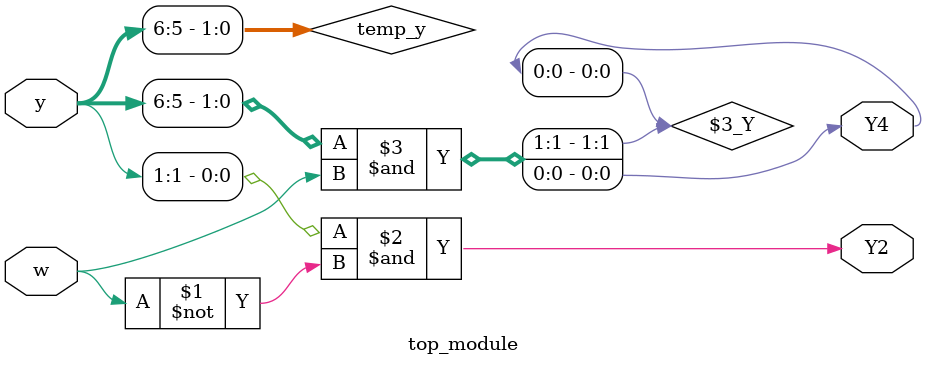
<source format=sv>
module top_module (
    input [6:1] y,
    input w,
    output wire Y2,
    output wire Y4
);

    wire [1:0] temp_y; // to store selected bits of y

    // Select bits 2, 3, 5, 6 of y
    assign temp_y = y[6:5];

    // Generate Y2 by taking the logical AND of the first bit of y and the logical NOT of w
    assign Y2 = y[1] & ~w;

    // Generate Y4 by taking the logical AND of selected bits of y and w
    assign Y4 = temp_y & w;

endmodule

</source>
